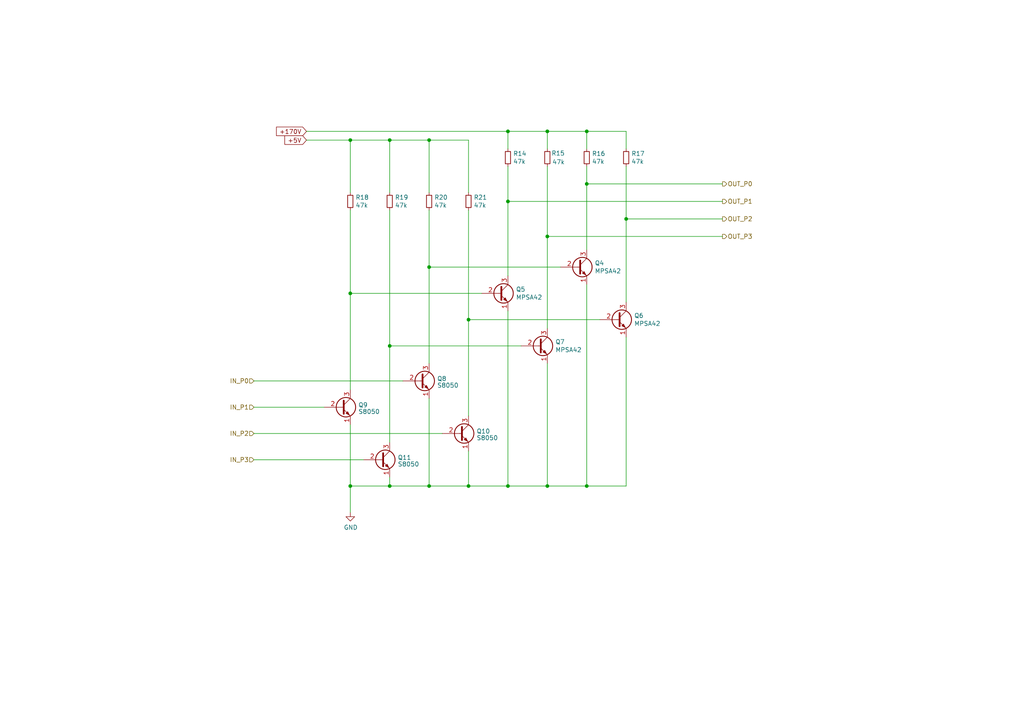
<source format=kicad_sch>
(kicad_sch (version 20230121) (generator eeschema)
  (paper "A4")
  (lib_symbols
    (symbol "Device:R_Small" (pin_numbers hide) (pin_names (offset 0.254) hide)
      (property "Reference" "R" (at 0.762 0.508 0))
      (property "Value" "R_Small" (at 0.762 -1.016 0))
      (symbol "R_Small_0_1"
        (rectangle (start -0.762 1.778) (end 0.762 -1.778) (stroke (width 0.2032)))
      )
      (symbol "R_Small_1_1"
        (pin passive line (at 0 2.54 270) (length 0.762) (name "~") (number "1"))
        (pin passive line (at 0 -2.54 90) (length 0.762) (name "~") (number "2"))
      )
    )
    (symbol "Transistor_BJT:MPSA42" (pin_names (offset 1.016) hide)
      (property "Reference" "Q" (at 5.08 1.905 0))
      (property "Value" "MPSA42" (at 5.08 0 0))
      (symbol "MPSA42_0_1"
        (polyline (pts (xy 0 0) (xy 0.635 0)))
        (polyline (pts (xy 0.635 0.635) (xy 2.54 2.54)))
        (polyline (pts (xy 0.635 -0.635) (xy 2.54 -2.54) (xy 2.54 -2.54)))
        (polyline (pts (xy 0.635 1.905) (xy 0.635 -1.905) (xy 0.635 -1.905)) (stroke (width 0.508)))
        (polyline (pts (xy 1.27 -1.778) (xy 1.778 -1.27) (xy 2.286 -2.286) (xy 1.27 -1.778) (xy 1.27 -1.778)) (fill (type outline)))
        (circle (center 1.27 0) (radius 2.8194) (stroke (width 0.254)))
      )
      (symbol "MPSA42_1_1"
        (pin passive line (at 2.54 -5.08 90) (length 2.54) (name "E") (number "1"))
        (pin input line (at -5.08 0 0) (length 5.08) (name "B") (number "2"))
        (pin passive line (at 2.54 5.08 270) (length 2.54) (name "C") (number "3"))
      )
    )
    (symbol "Transistor_BJT:S8050" (pin_names (offset 0) hide)
      (property "Reference" "Q" (at 5.08 1.905 0))
      (property "Value" "S8050" (at 5.08 0 0))
      (symbol "S8050_0_1"
        (polyline (pts (xy 0 0) (xy 0.635 0)))
        (polyline (pts (xy 0.635 0.635) (xy 2.54 2.54)))
        (polyline (pts (xy 0.635 -0.635) (xy 2.54 -2.54) (xy 2.54 -2.54)))
        (polyline (pts (xy 0.635 1.905) (xy 0.635 -1.905) (xy 0.635 -1.905)) (stroke (width 0.508)))
        (polyline (pts (xy 1.27 -1.778) (xy 1.778 -1.27) (xy 2.286 -2.286) (xy 1.27 -1.778) (xy 1.27 -1.778)) (fill (type outline)))
        (circle (center 1.27 0) (radius 2.8194) (stroke (width 0.254)))
      )
      (symbol "S8050_1_1"
        (pin passive line (at 2.54 -5.08 90) (length 2.54) (name "E") (number "1"))
        (pin input line (at -5.08 0 0) (length 5.08) (name "B") (number "2"))
        (pin passive line (at 2.54 5.08 270) (length 2.54) (name "C") (number "3"))
      )
    )
    (symbol "power:GND" (power) (pin_names (offset 0))
      (property "Value" "GND" (at 0 -3.81 0))
      (symbol "GND_0_1"
        (polyline (pts (xy 0 0) (xy 0 -1.27) (xy 1.27 -1.27) (xy 0 -2.54) (xy -1.27 -1.27) (xy 0 -1.27)))
      )
      (symbol "GND_1_1"
        (pin power_in line (at 0 0 270) (length 0) hide (name "GND") (number "1"))
      )
    )
  )
  (junction (at 170.18 53.34))
  (junction (at 135.89 140.97))
  (junction (at 124.46 140.97))
  (junction (at 101.6 85.09))
  (junction (at 147.32 140.97))
  (junction (at 113.03 100.33))
  (junction (at 170.18 140.97))
  (junction (at 124.46 77.47))
  (junction (at 147.32 58.42))
  (junction (at 101.6 40.64))
  (junction (at 135.89 92.71))
  (junction (at 147.32 38.1))
  (junction (at 113.03 140.97))
  (junction (at 113.03 40.64))
  (junction (at 158.75 140.97))
  (junction (at 158.75 38.1))
  (junction (at 101.6 140.97))
  (junction (at 124.46 40.64))
  (junction (at 170.18 38.1))
  (junction (at 181.61 63.5))
  (junction (at 158.75 68.58))
  (wire (pts (xy 135.89 130.81) (xy 135.89 140.97)))
  (wire (pts (xy 158.75 140.97) (xy 170.18 140.97)))
  (wire (pts (xy 124.46 115.57) (xy 124.46 140.97)))
  (wire (pts (xy 101.6 140.97) (xy 113.03 140.97)))
  (wire (pts (xy 158.75 43.18) (xy 158.75 38.1)))
  (wire (pts (xy 135.89 55.88) (xy 135.89 40.64)))
  (wire (pts (xy 147.32 140.97) (xy 158.75 140.97)))
  (wire (pts (xy 135.89 60.96) (xy 135.89 92.71)))
  (wire (pts (xy 73.66 125.73) (xy 128.27 125.73)))
  (wire (pts (xy 170.18 53.34) (xy 170.18 72.39)))
  (wire (pts (xy 147.32 90.17) (xy 147.32 140.97)))
  (wire (pts (xy 113.03 100.33) (xy 113.03 128.27)))
  (wire (pts (xy 101.6 148.59) (xy 101.6 140.97)))
  (wire (pts (xy 158.75 105.41) (xy 158.75 140.97)))
  (wire (pts (xy 135.89 140.97) (xy 147.32 140.97)))
  (wire (pts (xy 101.6 40.64) (xy 113.03 40.64)))
  (wire (pts (xy 181.61 63.5) (xy 209.55 63.5)))
  (wire (pts (xy 101.6 123.19) (xy 101.6 140.97)))
  (wire (pts (xy 101.6 40.64) (xy 101.6 55.88)))
  (wire (pts (xy 113.03 40.64) (xy 113.03 55.88)))
  (wire (pts (xy 181.61 63.5) (xy 181.61 48.26)))
  (wire (pts (xy 170.18 48.26) (xy 170.18 53.34)))
  (wire (pts (xy 170.18 140.97) (xy 181.61 140.97)))
  (wire (pts (xy 135.89 92.71) (xy 173.99 92.71)))
  (wire (pts (xy 113.03 40.64) (xy 124.46 40.64)))
  (wire (pts (xy 88.9 40.64) (xy 101.6 40.64)))
  (wire (pts (xy 181.61 63.5) (xy 181.61 87.63)))
  (wire (pts (xy 124.46 40.64) (xy 135.89 40.64)))
  (wire (pts (xy 73.66 118.11) (xy 93.98 118.11)))
  (wire (pts (xy 124.46 40.64) (xy 124.46 55.88)))
  (wire (pts (xy 124.46 60.96) (xy 124.46 77.47)))
  (wire (pts (xy 181.61 97.79) (xy 181.61 140.97)))
  (wire (pts (xy 158.75 68.58) (xy 209.55 68.58)))
  (wire (pts (xy 147.32 58.42) (xy 147.32 48.26)))
  (wire (pts (xy 101.6 60.96) (xy 101.6 85.09)))
  (wire (pts (xy 135.89 92.71) (xy 135.89 120.65)))
  (wire (pts (xy 124.46 77.47) (xy 162.56 77.47)))
  (wire (pts (xy 158.75 68.58) (xy 158.75 48.26)))
  (wire (pts (xy 88.9 38.1) (xy 147.32 38.1)))
  (wire (pts (xy 147.32 43.18) (xy 147.32 38.1)))
  (wire (pts (xy 170.18 38.1) (xy 181.61 38.1)))
  (wire (pts (xy 113.03 60.96) (xy 113.03 100.33)))
  (wire (pts (xy 124.46 140.97) (xy 135.89 140.97)))
  (wire (pts (xy 170.18 43.18) (xy 170.18 38.1)))
  (wire (pts (xy 158.75 68.58) (xy 158.75 95.25)))
  (wire (pts (xy 181.61 43.18) (xy 181.61 38.1)))
  (wire (pts (xy 147.32 58.42) (xy 209.55 58.42)))
  (wire (pts (xy 147.32 58.42) (xy 147.32 80.01)))
  (wire (pts (xy 73.66 110.49) (xy 116.84 110.49)))
  (wire (pts (xy 113.03 138.43) (xy 113.03 140.97)))
  (wire (pts (xy 158.75 38.1) (xy 170.18 38.1)))
  (wire (pts (xy 113.03 100.33) (xy 151.13 100.33)))
  (wire (pts (xy 124.46 77.47) (xy 124.46 105.41)))
  (wire (pts (xy 113.03 140.97) (xy 124.46 140.97)))
  (wire (pts (xy 73.66 133.35) (xy 105.41 133.35)))
  (wire (pts (xy 170.18 53.34) (xy 209.55 53.34)))
  (wire (pts (xy 101.6 85.09) (xy 101.6 113.03)))
  (wire (pts (xy 170.18 82.55) (xy 170.18 140.97)))
  (wire (pts (xy 147.32 38.1) (xy 158.75 38.1)))
  (wire (pts (xy 101.6 85.09) (xy 139.7 85.09)))
  (global_label "+5V" (shape input) (at 88.9 40.64 180) (property "Intersheetrefs" "${INTERSHEET_REFS}" (effects hide)))
  (global_label "+170V" (shape input) (at 88.9 38.1 180) (property "Intersheetrefs" "${INTERSHEET_REFS}" (effects hide)))
  (hierarchical_label "IN_P2" (shape input) (at 73.66 125.73 180))
  (hierarchical_label "IN_P3" (shape input) (at 73.66 133.35 180))
  (hierarchical_label "OUT_P0" (shape output) (at 209.55 53.34 0))
  (hierarchical_label "OUT_P2" (shape output) (at 209.55 63.5 0))
  (hierarchical_label "IN_P1" (shape input) (at 73.66 118.11 180))
  (hierarchical_label "IN_P0" (shape input) (at 73.66 110.49 180))
  (hierarchical_label "OUT_P3" (shape output) (at 209.55 68.58 0))
  (hierarchical_label "OUT_P1" (shape output) (at 209.55 58.42 0))
  (symbol (lib_id "Transistor_BJT:MPSA42") (at 144.78 85.09 0) (unit 1)
    (property "Reference" "Q5" (at 149.6314 83.9216 0) (effects (justify left)))
    (property "Value" "MPSA42" (at 149.6314 86.233 0) (effects (justify left)))
    (property "Footprint" "Package_TO_SOT_THT:TO-92_Inline" (effects hide))
    (property "Datasheet" "http://www.onsemi.com/pub_link/Collateral/MPSA42-D.PDF" (effects hide))
  )
  (symbol (lib_id "Transistor_BJT:MPSA42") (at 167.64 77.47 0) (unit 1)
    (property "Reference" "Q4" (at 172.4914 76.3016 0) (effects (justify left)))
    (property "Value" "MPSA42" (at 172.4914 78.613 0) (effects (justify left)))
    (property "Footprint" "Package_TO_SOT_THT:TO-92_Inline" (effects hide))
    (property "Datasheet" "http://www.onsemi.com/pub_link/Collateral/MPSA42-D.PDF" (effects hide))
  )
  (symbol (lib_id "Transistor_BJT:MPSA42") (at 156.21 100.33 0) (unit 1)
    (property "Reference" "Q7" (at 161.0614 99.1616 0) (effects (justify left)))
    (property "Value" "MPSA42" (at 161.0614 101.473 0) (effects (justify left)))
    (property "Footprint" "Package_TO_SOT_THT:TO-92_Inline" (effects hide))
    (property "Datasheet" "http://www.onsemi.com/pub_link/Collateral/MPSA42-D.PDF" (effects hide))
  )
  (symbol (lib_id "Transistor_BJT:MPSA42") (at 179.07 92.71 0) (unit 1)
    (property "Reference" "Q6" (at 183.9214 91.5416 0) (effects (justify left)))
    (property "Value" "MPSA42" (at 183.9214 93.853 0) (effects (justify left)))
    (property "Footprint" "Package_TO_SOT_THT:TO-92_Inline" (effects hide))
    (property "Datasheet" "http://www.onsemi.com/pub_link/Collateral/MPSA42-D.PDF" (effects hide))
  )
  (symbol (lib_id "Device:R_Small") (at 147.32 45.72 0) (unit 1)
    (property "Reference" "R14" (at 148.8186 44.5516 0) (effects (justify left)))
    (property "Value" "47k" (at 148.8186 46.863 0) (effects (justify left)))
    (property "Footprint" "Resistor_THT:R_Axial_DIN0309_L9.0mm_D3.2mm_P12.70mm_Horizontal" (effects hide))
  )
  (symbol (lib_id "Device:R_Small") (at 158.75 45.72 180) (unit 1)
    (property "Reference" "R15" (at 163.83 44.45 0) (effects (justify left)))
    (property "Value" "47k" (at 163.83 46.99 0) (effects (justify left)))
    (property "Footprint" "Resistor_THT:R_Axial_DIN0309_L9.0mm_D3.2mm_P12.70mm_Horizontal" (effects hide))
  )
  (symbol (lib_id "Device:R_Small") (at 170.18 45.72 0) (unit 1)
    (property "Reference" "R16" (at 171.6786 44.5516 0) (effects (justify left)))
    (property "Value" "47k" (at 171.6786 46.863 0) (effects (justify left)))
    (property "Footprint" "Resistor_THT:R_Axial_DIN0309_L9.0mm_D3.2mm_P12.70mm_Horizontal" (effects hide))
  )
  (symbol (lib_id "Device:R_Small") (at 181.61 45.72 0) (unit 1)
    (property "Reference" "R17" (at 183.1086 44.5516 0) (effects (justify left)))
    (property "Value" "47k" (at 183.1086 46.863 0) (effects (justify left)))
    (property "Footprint" "Resistor_THT:R_Axial_DIN0309_L9.0mm_D3.2mm_P12.70mm_Horizontal" (effects hide))
  )
  (symbol (lib_id "power:GND") (at 101.6 148.59 0) (unit 1)
    (property "Reference" "#PWR012" (effects hide))
    (property "Value" "GND" (at 101.727 152.9842 0))
  )
  (symbol (lib_id "Transistor_BJT:S8050") (at 133.35 125.73 0) (unit 1)
    (property "Reference" "Q10" (at 138.2014 125.0863 0) (effects (justify left)))
    (property "Value" "S8050" (at 138.2014 127.0073 0) (effects (justify left)))
    (property "Footprint" "Package_TO_SOT_THT:TO-92_Inline" (effects hide))
    (property "Datasheet" "http://www.unisonic.com.tw/datasheet/S8050.pdf" (effects hide))
  )
  (symbol (lib_id "Transistor_BJT:S8050") (at 110.49 133.35 0) (unit 1)
    (property "Reference" "Q11" (at 115.3414 132.7063 0) (effects (justify left)))
    (property "Value" "S8050" (at 115.3414 134.6273 0) (effects (justify left)))
    (property "Footprint" "Package_TO_SOT_THT:TO-92_Inline" (effects hide))
    (property "Datasheet" "http://www.unisonic.com.tw/datasheet/S8050.pdf" (effects hide))
  )
  (symbol (lib_id "Transistor_BJT:S8050") (at 99.06 118.11 0) (unit 1)
    (property "Reference" "Q9" (at 103.9114 117.4663 0) (effects (justify left)))
    (property "Value" "S8050" (at 103.9114 119.3873 0) (effects (justify left)))
    (property "Footprint" "Package_TO_SOT_THT:TO-92_Inline" (effects hide))
    (property "Datasheet" "http://www.unisonic.com.tw/datasheet/S8050.pdf" (effects hide))
  )
  (symbol (lib_id "Device:R_Small") (at 135.89 58.42 0) (unit 1)
    (property "Reference" "R21" (at 137.3886 57.2516 0) (effects (justify left)))
    (property "Value" "47k" (at 137.3886 59.563 0) (effects (justify left)))
    (property "Footprint" "Resistor_THT:R_Axial_DIN0204_L3.6mm_D1.6mm_P5.08mm_Horizontal" (effects hide))
  )
  (symbol (lib_id "Device:R_Small") (at 101.6 58.42 0) (unit 1)
    (property "Reference" "R18" (at 103.0986 57.2516 0) (effects (justify left)))
    (property "Value" "47k" (at 103.0986 59.563 0) (effects (justify left)))
    (property "Footprint" "Resistor_THT:R_Axial_DIN0204_L3.6mm_D1.6mm_P5.08mm_Horizontal" (effects hide))
  )
  (symbol (lib_id "Device:R_Small") (at 124.46 58.42 0) (unit 1)
    (property "Reference" "R20" (at 125.9586 57.2516 0) (effects (justify left)))
    (property "Value" "47k" (at 125.9586 59.563 0) (effects (justify left)))
    (property "Footprint" "Resistor_THT:R_Axial_DIN0204_L3.6mm_D1.6mm_P5.08mm_Horizontal" (effects hide))
  )
  (symbol (lib_id "Transistor_BJT:S8050") (at 121.92 110.49 0) (unit 1)
    (property "Reference" "Q8" (at 126.7714 109.8463 0) (effects (justify left)))
    (property "Value" "S8050" (at 126.7714 111.7673 0) (effects (justify left)))
    (property "Footprint" "Package_TO_SOT_THT:TO-92_Inline" (effects hide))
    (property "Datasheet" "http://www.unisonic.com.tw/datasheet/S8050.pdf" (effects hide))
  )
  (symbol (lib_id "Device:R_Small") (at 113.03 58.42 0) (unit 1)
    (property "Reference" "R19" (at 114.5286 57.2516 0) (effects (justify left)))
    (property "Value" "47k" (at 114.5286 59.563 0) (effects (justify left)))
    (property "Footprint" "Resistor_THT:R_Axial_DIN0204_L3.6mm_D1.6mm_P5.08mm_Horizontal" (effects hide))
  )
)
</source>
